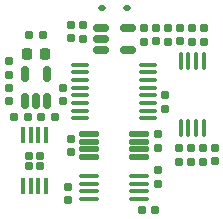
<source format=gbr>
G04 #@! TF.GenerationSoftware,KiCad,Pcbnew,9.0.3*
G04 #@! TF.CreationDate,2025-08-06T23:44:27+02:00*
G04 #@! TF.ProjectId,MADC,4d414443-2e6b-4696-9361-645f70636258,rev?*
G04 #@! TF.SameCoordinates,Original*
G04 #@! TF.FileFunction,Paste,Top*
G04 #@! TF.FilePolarity,Positive*
%FSLAX46Y46*%
G04 Gerber Fmt 4.6, Leading zero omitted, Abs format (unit mm)*
G04 Created by KiCad (PCBNEW 9.0.3) date 2025-08-06 23:44:27*
%MOMM*%
%LPD*%
G01*
G04 APERTURE LIST*
G04 Aperture macros list*
%AMRoundRect*
0 Rectangle with rounded corners*
0 $1 Rounding radius*
0 $2 $3 $4 $5 $6 $7 $8 $9 X,Y pos of 4 corners*
0 Add a 4 corners polygon primitive as box body*
4,1,4,$2,$3,$4,$5,$6,$7,$8,$9,$2,$3,0*
0 Add four circle primitives for the rounded corners*
1,1,$1+$1,$2,$3*
1,1,$1+$1,$4,$5*
1,1,$1+$1,$6,$7*
1,1,$1+$1,$8,$9*
0 Add four rect primitives between the rounded corners*
20,1,$1+$1,$2,$3,$4,$5,0*
20,1,$1+$1,$4,$5,$6,$7,0*
20,1,$1+$1,$6,$7,$8,$9,0*
20,1,$1+$1,$8,$9,$2,$3,0*%
G04 Aperture macros list end*
%ADD10RoundRect,0.155000X0.155000X-0.212500X0.155000X0.212500X-0.155000X0.212500X-0.155000X-0.212500X0*%
%ADD11RoundRect,0.112500X0.187500X0.112500X-0.187500X0.112500X-0.187500X-0.112500X0.187500X-0.112500X0*%
%ADD12RoundRect,0.160000X0.160000X-0.197500X0.160000X0.197500X-0.160000X0.197500X-0.160000X-0.197500X0*%
%ADD13RoundRect,0.160000X0.197500X0.160000X-0.197500X0.160000X-0.197500X-0.160000X0.197500X-0.160000X0*%
%ADD14RoundRect,0.100000X-0.100000X0.637500X-0.100000X-0.637500X0.100000X-0.637500X0.100000X0.637500X0*%
%ADD15RoundRect,0.155000X0.212500X0.155000X-0.212500X0.155000X-0.212500X-0.155000X0.212500X-0.155000X0*%
%ADD16RoundRect,0.225000X0.225000X0.250000X-0.225000X0.250000X-0.225000X-0.250000X0.225000X-0.250000X0*%
%ADD17RoundRect,0.155000X-0.155000X0.212500X-0.155000X-0.212500X0.155000X-0.212500X0.155000X0.212500X0*%
%ADD18RoundRect,0.160000X-0.160000X0.197500X-0.160000X-0.197500X0.160000X-0.197500X0.160000X0.197500X0*%
%ADD19RoundRect,0.150000X0.150000X-0.512500X0.150000X0.512500X-0.150000X0.512500X-0.150000X-0.512500X0*%
%ADD20RoundRect,0.100000X-0.637500X-0.100000X0.637500X-0.100000X0.637500X0.100000X-0.637500X0.100000X0*%
%ADD21RoundRect,0.125000X-0.687500X-0.125000X0.687500X-0.125000X0.687500X0.125000X-0.687500X0.125000X0*%
%ADD22RoundRect,0.150000X-0.512500X-0.150000X0.512500X-0.150000X0.512500X0.150000X-0.512500X0.150000X0*%
%ADD23RoundRect,0.160000X-0.197500X-0.160000X0.197500X-0.160000X0.197500X0.160000X-0.197500X0.160000X0*%
%ADD24RoundRect,0.175000X0.200000X-0.175000X0.200000X0.175000X-0.200000X0.175000X-0.200000X-0.175000X0*%
%ADD25RoundRect,0.100000X0.100000X-0.612500X0.100000X0.612500X-0.100000X0.612500X-0.100000X-0.612500X0*%
%ADD26RoundRect,0.100000X-0.712500X-0.100000X0.712500X-0.100000X0.712500X0.100000X-0.712500X0.100000X0*%
G04 APERTURE END LIST*
D10*
G04 #@! TO.C,C6*
X134874000Y-92134500D03*
X134874000Y-90999500D03*
G04 #@! TD*
D11*
G04 #@! TO.C,D1*
X144814000Y-84201000D03*
X142714000Y-84201000D03*
G04 #@! TD*
D12*
G04 #@! TO.C,R12*
X150241000Y-97244500D03*
X150241000Y-96049500D03*
G04 #@! TD*
D13*
G04 #@! TO.C,R2*
X136487500Y-93472000D03*
X135292500Y-93472000D03*
G04 #@! TD*
D10*
G04 #@! TO.C,C15*
X149352000Y-87054500D03*
X149352000Y-85919500D03*
G04 #@! TD*
D14*
G04 #@! TO.C,U6*
X151343000Y-88701000D03*
X150693000Y-88701000D03*
X150043000Y-88701000D03*
X149393000Y-88701000D03*
X149393000Y-94426000D03*
X150043000Y-94426000D03*
X150693000Y-94426000D03*
X151343000Y-94426000D03*
G04 #@! TD*
D15*
G04 #@! TO.C,C7*
X138743500Y-93472000D03*
X137608500Y-93472000D03*
G04 #@! TD*
D12*
G04 #@! TO.C,R11*
X149225000Y-97244500D03*
X149225000Y-96049500D03*
G04 #@! TD*
G04 #@! TO.C,R9*
X148336000Y-87084500D03*
X148336000Y-85889500D03*
G04 #@! TD*
D16*
G04 #@! TO.C,C8*
X137935000Y-88138000D03*
X136385000Y-88138000D03*
G04 #@! TD*
D10*
G04 #@! TO.C,C11*
X139446000Y-92134500D03*
X139446000Y-90999500D03*
G04 #@! TD*
G04 #@! TO.C,C16*
X152273000Y-97214500D03*
X152273000Y-96079500D03*
G04 #@! TD*
G04 #@! TO.C,C12*
X147320000Y-87054500D03*
X147320000Y-85919500D03*
G04 #@! TD*
G04 #@! TO.C,C1*
X148082000Y-92769500D03*
X148082000Y-91634500D03*
G04 #@! TD*
D17*
G04 #@! TO.C,C4*
X139827000Y-99381500D03*
X139827000Y-100516500D03*
G04 #@! TD*
D18*
G04 #@! TO.C,R10*
X151257000Y-96049500D03*
X151257000Y-97244500D03*
G04 #@! TD*
G04 #@! TO.C,R8*
X151384000Y-85889500D03*
X151384000Y-87084500D03*
G04 #@! TD*
D15*
G04 #@! TO.C,C2*
X147252500Y-101346000D03*
X146117500Y-101346000D03*
G04 #@! TD*
D19*
G04 #@! TO.C,U4*
X136210000Y-92069500D03*
X137160000Y-92069500D03*
X138110000Y-92069500D03*
X138110000Y-89794500D03*
X136210000Y-89794500D03*
G04 #@! TD*
D20*
G04 #@! TO.C,U1*
X140901500Y-89034500D03*
X140901500Y-89684500D03*
X140901500Y-90334500D03*
X140901500Y-90984500D03*
X140901500Y-91634500D03*
X140901500Y-92284500D03*
X140901500Y-92934500D03*
X140901500Y-93584500D03*
X146626500Y-93584500D03*
X146626500Y-92934500D03*
X146626500Y-92284500D03*
X146626500Y-91634500D03*
X146626500Y-90984500D03*
X146626500Y-90334500D03*
X146626500Y-89684500D03*
X146626500Y-89034500D03*
G04 #@! TD*
D21*
G04 #@! TO.C,U3*
X141651500Y-94910000D03*
X141651500Y-95560000D03*
X141651500Y-96210000D03*
X141651500Y-96860000D03*
X145876500Y-96860000D03*
X145876500Y-96210000D03*
X145876500Y-95560000D03*
X145876500Y-94910000D03*
G04 #@! TD*
D17*
G04 #@! TO.C,C13*
X140081000Y-85662000D03*
X140081000Y-86797000D03*
G04 #@! TD*
D10*
G04 #@! TO.C,C3*
X147447000Y-96068000D03*
X147447000Y-94933000D03*
G04 #@! TD*
D22*
G04 #@! TO.C,U5*
X142626500Y-85918000D03*
X142626500Y-86868000D03*
X142626500Y-87818000D03*
X144901500Y-87818000D03*
X144901500Y-85918000D03*
G04 #@! TD*
D23*
G04 #@! TO.C,R3*
X136562500Y-86487000D03*
X137757500Y-86487000D03*
G04 #@! TD*
D17*
G04 #@! TO.C,C9*
X140081000Y-95317500D03*
X140081000Y-96452500D03*
G04 #@! TD*
D24*
G04 #@! TO.C,RN3*
X136573000Y-97585000D03*
X137493000Y-97585000D03*
X136573000Y-96725000D03*
X137493000Y-96725000D03*
D25*
X136058000Y-99317500D03*
X136708000Y-99317500D03*
X137358000Y-99317500D03*
X138008000Y-99317500D03*
X138008000Y-94992500D03*
X137358000Y-94992500D03*
X136708000Y-94992500D03*
X136058000Y-94992500D03*
G04 #@! TD*
D18*
G04 #@! TO.C,R1*
X134874000Y-88687000D03*
X134874000Y-89882000D03*
G04 #@! TD*
D12*
G04 #@! TO.C,R7*
X150368000Y-87084500D03*
X150368000Y-85889500D03*
G04 #@! TD*
D17*
G04 #@! TO.C,C10*
X147447000Y-97984500D03*
X147447000Y-99119500D03*
G04 #@! TD*
D26*
G04 #@! TO.C,U2*
X141651500Y-98462500D03*
X141651500Y-99112500D03*
X141651500Y-99762500D03*
X141651500Y-100412500D03*
X145876500Y-100412500D03*
X145876500Y-99762500D03*
X145876500Y-99112500D03*
X145876500Y-98462500D03*
G04 #@! TD*
D12*
G04 #@! TO.C,R5*
X146304000Y-87084500D03*
X146304000Y-85889500D03*
G04 #@! TD*
G04 #@! TO.C,R6*
X141097000Y-86827000D03*
X141097000Y-85632000D03*
G04 #@! TD*
M02*

</source>
